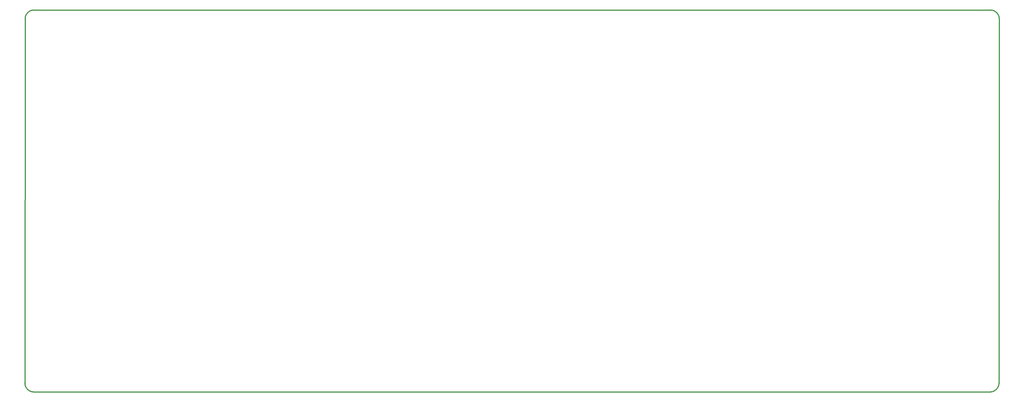
<source format=gm1>
G04 #@! TF.GenerationSoftware,KiCad,Pcbnew,7.0.1*
G04 #@! TF.CreationDate,2024-09-07T11:20:48-05:00*
G04 #@! TF.ProjectId,we816mark2,77653831-366d-4617-926b-322e6b696361,.8*
G04 #@! TF.SameCoordinates,Original*
G04 #@! TF.FileFunction,Profile,NP*
%FSLAX46Y46*%
G04 Gerber Fmt 4.6, Leading zero omitted, Abs format (unit mm)*
G04 Created by KiCad (PCBNEW 7.0.1) date 2024-09-07 11:20:48*
%MOMM*%
%LPD*%
G01*
G04 APERTURE LIST*
G04 #@! TA.AperFunction,Profile*
%ADD10C,0.381000*%
G04 #@! TD*
G04 APERTURE END LIST*
D10*
X383800000Y-211100000D02*
X30200000Y-211100000D01*
X30300000Y-69700000D02*
X58200000Y-69700000D01*
X387100000Y-72900000D02*
G75*
G03*
X383900000Y-69700000I-3200000J0D01*
G01*
X387100000Y-72900000D02*
X387000000Y-207900000D01*
X58200000Y-69700000D02*
X383900000Y-69700000D01*
X383800000Y-211100000D02*
G75*
G03*
X387000000Y-207900000I0J3200000D01*
G01*
X27000000Y-207900000D02*
X27100000Y-72900000D01*
X30300000Y-69700000D02*
G75*
G03*
X27100000Y-72900000I0J-3200000D01*
G01*
X27000000Y-207900000D02*
G75*
G03*
X30200000Y-211100000I3200000J0D01*
G01*
M02*

</source>
